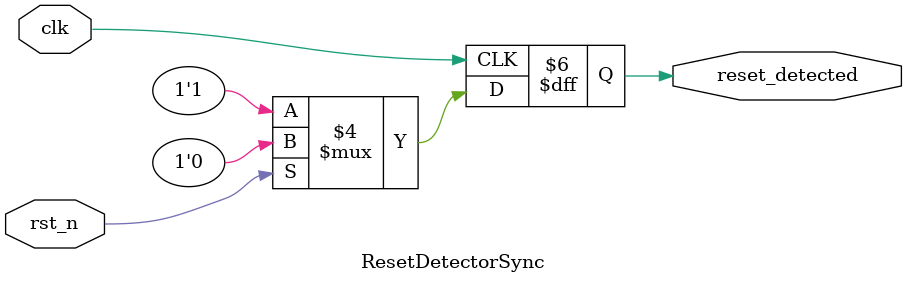
<source format=sv>
module ResetDetectorSync (
    input wire clk,
    input wire rst_n,
    output reg reset_detected
);
    always @(posedge clk) begin
        if (!rst_n)
            reset_detected <= 1'b1;
        else
            reset_detected <= 1'b0;
    end
endmodule

</source>
